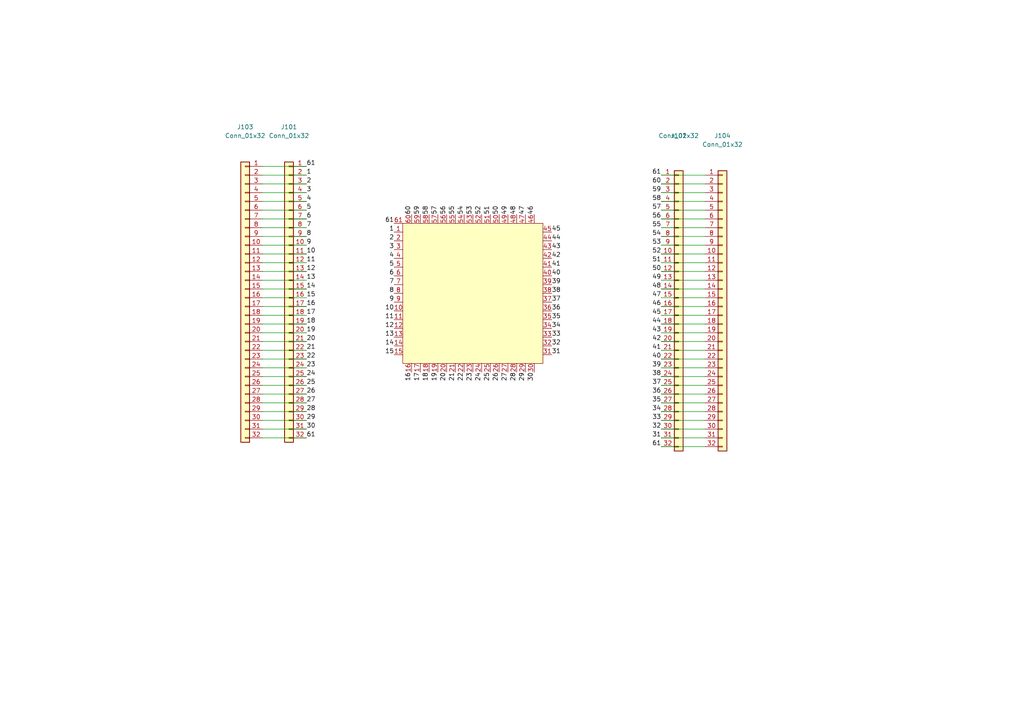
<source format=kicad_sch>
(kicad_sch (version 20250114) (generator "eeschema") (generator_version "9.0")
  (paper "A4")
  (lib_symbols
    (symbol "Connector_Generic:Conn_01x32" (pin_names (offset 1.016) (hide yes))
      (property "Reference" "J" (at 0 40.64 0))
      (property "Value" "Conn_01x32" (at 0 -43.18 0))
      (symbol "Conn_01x32_1_1"
        (rectangle (start -1.27 39.37) (end 1.27 -41.91) (stroke (width 0.254)) (fill (type background)))
        (rectangle (start -1.27 38.227) (end 0 37.973) (stroke (width 0.1524)))
        (rectangle (start -1.27 35.687) (end 0 35.433) (stroke (width 0.1524)))
        (rectangle (start -1.27 33.147) (end 0 32.893) (stroke (width 0.1524)))
        (rectangle (start -1.27 30.607) (end 0 30.353) (stroke (width 0.1524)))
        (rectangle (start -1.27 28.067) (end 0 27.813) (stroke (width 0.1524)))
        (rectangle (start -1.27 25.527) (end 0 25.273) (stroke (width 0.1524)))
        (rectangle (start -1.27 22.987) (end 0 22.733) (stroke (width 0.1524)))
        (rectangle (start -1.27 20.447) (end 0 20.193) (stroke (width 0.1524)))
        (rectangle (start -1.27 17.907) (end 0 17.653) (stroke (width 0.1524)))
        (rectangle (start -1.27 15.367) (end 0 15.113) (stroke (width 0.1524)))
        (rectangle (start -1.27 12.827) (end 0 12.573) (stroke (width 0.1524)))
        (rectangle (start -1.27 10.287) (end 0 10.033) (stroke (width 0.1524)))
        (rectangle (start -1.27 7.747) (end 0 7.493) (stroke (width 0.1524)))
        (rectangle (start -1.27 5.207) (end 0 4.953) (stroke (width 0.1524)))
        (rectangle (start -1.27 2.667) (end 0 2.413) (stroke (width 0.1524)))
        (rectangle (start -1.27 0.127) (end 0 -0.127) (stroke (width 0.1524)))
        (rectangle (start -1.27 -2.413) (end 0 -2.667) (stroke (width 0.1524)))
        (rectangle (start -1.27 -4.953) (end 0 -5.207) (stroke (width 0.1524)))
        (rectangle (start -1.27 -7.493) (end 0 -7.747) (stroke (width 0.1524)))
        (rectangle (start -1.27 -10.033) (end 0 -10.287) (stroke (width 0.1524)))
        (rectangle (start -1.27 -12.573) (end 0 -12.827) (stroke (width 0.1524)))
        (rectangle (start -1.27 -15.113) (end 0 -15.367) (stroke (width 0.1524)))
        (rectangle (start -1.27 -17.653) (end 0 -17.907) (stroke (width 0.1524)))
        (rectangle (start -1.27 -20.193) (end 0 -20.447) (stroke (width 0.1524)))
        (rectangle (start -1.27 -22.733) (end 0 -22.987) (stroke (width 0.1524)))
        (rectangle (start -1.27 -25.273) (end 0 -25.527) (stroke (width 0.1524)))
        (rectangle (start -1.27 -27.813) (end 0 -28.067) (stroke (width 0.1524)))
        (rectangle (start -1.27 -30.353) (end 0 -30.607) (stroke (width 0.1524)))
        (rectangle (start -1.27 -32.893) (end 0 -33.147) (stroke (width 0.1524)))
        (rectangle (start -1.27 -35.433) (end 0 -35.687) (stroke (width 0.1524)))
        (rectangle (start -1.27 -37.973) (end 0 -38.227) (stroke (width 0.1524)))
        (rectangle (start -1.27 -40.513) (end 0 -40.767) (stroke (width 0.1524)))
        (pin passive line (at -5.08 38.1 0) (length 3.81) (name "Pin_1") (number "1"))
        (pin passive line (at -5.08 35.56 0) (length 3.81) (name "Pin_2") (number "2"))
        (pin passive line (at -5.08 33.02 0) (length 3.81) (name "Pin_3") (number "3"))
        (pin passive line (at -5.08 30.48 0) (length 3.81) (name "Pin_4") (number "4"))
        (pin passive line (at -5.08 27.94 0) (length 3.81) (name "Pin_5") (number "5"))
        (pin passive line (at -5.08 25.4 0) (length 3.81) (name "Pin_6") (number "6"))
        (pin passive line (at -5.08 22.86 0) (length 3.81) (name "Pin_7") (number "7"))
        (pin passive line (at -5.08 20.32 0) (length 3.81) (name "Pin_8") (number "8"))
        (pin passive line (at -5.08 17.78 0) (length 3.81) (name "Pin_9") (number "9"))
        (pin passive line (at -5.08 15.24 0) (length 3.81) (name "Pin_10") (number "10"))
        (pin passive line (at -5.08 12.7 0) (length 3.81) (name "Pin_11") (number "11"))
        (pin passive line (at -5.08 10.16 0) (length 3.81) (name "Pin_12") (number "12"))
        (pin passive line (at -5.08 7.62 0) (length 3.81) (name "Pin_13") (number "13"))
        (pin passive line (at -5.08 5.08 0) (length 3.81) (name "Pin_14") (number "14"))
        (pin passive line (at -5.08 2.54 0) (length 3.81) (name "Pin_15") (number "15"))
        (pin passive line (at -5.08 0 0) (length 3.81) (name "Pin_16") (number "16"))
        (pin passive line (at -5.08 -2.54 0) (length 3.81) (name "Pin_17") (number "17"))
        (pin passive line (at -5.08 -5.08 0) (length 3.81) (name "Pin_18") (number "18"))
        (pin passive line (at -5.08 -7.62 0) (length 3.81) (name "Pin_19") (number "19"))
        (pin passive line (at -5.08 -10.16 0) (length 3.81) (name "Pin_20") (number "20"))
        (pin passive line (at -5.08 -12.7 0) (length 3.81) (name "Pin_21") (number "21"))
        (pin passive line (at -5.08 -15.24 0) (length 3.81) (name "Pin_22") (number "22"))
        (pin passive line (at -5.08 -17.78 0) (length 3.81) (name "Pin_23") (number "23"))
        (pin passive line (at -5.08 -20.32 0) (length 3.81) (name "Pin_24") (number "24"))
        (pin passive line (at -5.08 -22.86 0) (length 3.81) (name "Pin_25") (number "25"))
        (pin passive line (at -5.08 -25.4 0) (length 3.81) (name "Pin_26") (number "26"))
        (pin passive line (at -5.08 -27.94 0) (length 3.81) (name "Pin_27") (number "27"))
        (pin passive line (at -5.08 -30.48 0) (length 3.81) (name "Pin_28") (number "28"))
        (pin passive line (at -5.08 -33.02 0) (length 3.81) (name "Pin_29") (number "29"))
        (pin passive line (at -5.08 -35.56 0) (length 3.81) (name "Pin_30") (number "30"))
        (pin passive line (at -5.08 -38.1 0) (length 3.81) (name "Pin_31") (number "31"))
        (pin passive line (at -5.08 -40.64 0) (length 3.81) (name "Pin_32") (number "32"))
      )
    )
    (symbol "Interface_Ethernet:VSC8541XMV-0x"
      (symbol "VSC8541XMV-0x_0_0"
        (pin unspecified line (at -24.13 22.86 0) (length 2.54) (name "") (number "61"))
        (pin unspecified line (at -24.13 20.32 0) (length 2.54) (name "") (number "1"))
        (pin unspecified line (at -24.13 17.78 0) (length 2.54) (name "") (number "2"))
        (pin unspecified line (at -24.13 15.24 0) (length 2.54) (name "") (number "3"))
        (pin unspecified line (at -24.13 12.7 0) (length 2.54) (name "") (number "4"))
        (pin unspecified line (at -24.13 10.16 0) (length 2.54) (name "") (number "5"))
        (pin unspecified line (at -24.13 7.62 0) (length 2.54) (name "") (number "6"))
        (pin unspecified line (at -24.13 5.08 0) (length 2.54) (name "") (number "7"))
        (pin unspecified line (at -24.13 2.54 0) (length 2.54) (name "") (number "8"))
        (pin unspecified line (at -24.13 0 0) (length 2.54) (name "") (number "9"))
        (pin unspecified line (at -24.13 -2.54 0) (length 2.54) (name "") (number "10"))
        (pin unspecified line (at -24.13 -5.08 0) (length 2.54) (name "") (number "11"))
        (pin unspecified line (at -24.13 -7.62 0) (length 2.54) (name "") (number "12"))
        (pin unspecified line (at -24.13 -10.16 0) (length 2.54) (name "") (number "13"))
        (pin unspecified line (at -24.13 -12.7 0) (length 2.54) (name "") (number "14"))
        (pin unspecified line (at -24.13 -15.24 0) (length 2.54) (name "") (number "15"))
        (pin unspecified line (at -19.05 25.4 270) (length 2.54) (name "") (number "60"))
        (pin unspecified line (at -19.05 -20.32 90) (length 2.54) (name "") (number "16"))
        (pin unspecified line (at -16.51 25.4 270) (length 2.54) (name "") (number "59"))
        (pin unspecified line (at -16.51 -20.32 90) (length 2.54) (name "") (number "17"))
        (pin unspecified line (at -13.97 25.4 270) (length 2.54) (name "") (number "58"))
        (pin unspecified line (at -13.97 -20.32 90) (length 2.54) (name "") (number "18"))
        (pin unspecified line (at -11.43 25.4 270) (length 2.54) (name "") (number "57"))
        (pin unspecified line (at -11.43 -20.32 90) (length 2.54) (name "") (number "19"))
        (pin unspecified line (at -8.89 25.4 270) (length 2.54) (name "") (number "56"))
        (pin unspecified line (at -8.89 -20.32 90) (length 2.54) (name "") (number "20"))
        (pin unspecified line (at -6.35 25.4 270) (length 2.54) (name "") (number "55"))
        (pin unspecified line (at -6.35 -20.32 90) (length 2.54) (name "") (number "21"))
        (pin unspecified line (at -3.81 25.4 270) (length 2.54) (name "") (number "54"))
        (pin unspecified line (at -3.81 -20.32 90) (length 2.54) (name "") (number "22"))
        (pin unspecified line (at -1.27 25.4 270) (length 2.54) (name "") (number "53"))
        (pin unspecified line (at -1.27 -20.32 90) (length 2.54) (name "") (number "23"))
        (pin unspecified line (at 1.27 25.4 270) (length 2.54) (name "") (number "52"))
        (pin unspecified line (at 1.27 -20.32 90) (length 2.54) (name "") (number "24"))
        (pin unspecified line (at 3.81 25.4 270) (length 2.54) (name "") (number "51"))
        (pin unspecified line (at 3.81 -20.32 90) (length 2.54) (name "") (number "25"))
        (pin unspecified line (at 6.35 25.4 270) (length 2.54) (name "") (number "50"))
        (pin unspecified line (at 6.35 -20.32 90) (length 2.54) (name "") (number "26"))
        (pin unspecified line (at 8.89 25.4 270) (length 2.54) (name "") (number "49"))
        (pin unspecified line (at 8.89 -20.32 90) (length 2.54) (name "") (number "27"))
        (pin unspecified line (at 11.43 25.4 270) (length 2.54) (name "") (number "48"))
        (pin unspecified line (at 11.43 -20.32 90) (length 2.54) (name "") (number "28"))
        (pin unspecified line (at 13.97 25.4 270) (length 2.54) (name "") (number "47"))
        (pin unspecified line (at 13.97 -20.32 90) (length 2.54) (name "") (number "29"))
        (pin unspecified line (at 16.51 25.4 270) (length 2.54) (name "") (number "46"))
        (pin unspecified line (at 16.51 -20.32 90) (length 2.54) (name "") (number "30"))
        (pin unspecified line (at 21.59 20.32 180) (length 2.54) (name "") (number "45"))
        (pin unspecified line (at 21.59 17.78 180) (length 2.54) (name "") (number "44"))
        (pin unspecified line (at 21.59 15.24 180) (length 2.54) (name "") (number "43"))
        (pin unspecified line (at 21.59 12.7 180) (length 2.54) (name "") (number "42"))
        (pin unspecified line (at 21.59 10.16 180) (length 2.54) (name "") (number "41"))
        (pin unspecified line (at 21.59 7.62 180) (length 2.54) (name "") (number "40"))
        (pin unspecified line (at 21.59 5.08 180) (length 2.54) (name "") (number "39"))
        (pin unspecified line (at 21.59 2.54 180) (length 2.54) (name "") (number "38"))
        (pin unspecified line (at 21.59 0 180) (length 2.54) (name "") (number "37"))
        (pin unspecified line (at 21.59 -2.54 180) (length 2.54) (name "") (number "36"))
        (pin unspecified line (at 21.59 -5.08 180) (length 2.54) (name "") (number "35"))
        (pin unspecified line (at 21.59 -7.62 180) (length 2.54) (name "") (number "34"))
        (pin unspecified line (at 21.59 -10.16 180) (length 2.54) (name "") (number "33"))
        (pin unspecified line (at 21.59 -12.7 180) (length 2.54) (name "") (number "32"))
        (pin unspecified line (at 21.59 -15.24 180) (length 2.54) (name "") (number "31"))
      )
      (symbol "VSC8541XMV-0x_1_1"
        (rectangle (start -21.59 22.86) (end 19.05 -17.78) (fill (type background)))
      )
    )
  )
  (wire (pts (xy 204.47 124.46) (xy 191.77 124.46)))
  (wire (pts (xy 204.47 66.04) (xy 191.77 66.04)))
  (wire (pts (xy 76.2 121.92) (xy 88.9 121.92)))
  (wire (pts (xy 76.2 116.84) (xy 88.9 116.84)))
  (wire (pts (xy 76.2 60.96) (xy 88.9 60.96)))
  (wire (pts (xy 204.47 101.6) (xy 191.77 101.6)))
  (wire (pts (xy 204.47 111.76) (xy 191.77 111.76)))
  (wire (pts (xy 76.2 88.9) (xy 88.9 88.9)))
  (wire (pts (xy 76.2 111.76) (xy 88.9 111.76)))
  (wire (pts (xy 76.2 119.38) (xy 88.9 119.38)))
  (wire (pts (xy 76.2 127) (xy 88.9 127)))
  (wire (pts (xy 204.47 121.92) (xy 191.77 121.92)))
  (wire (pts (xy 76.2 71.12) (xy 88.9 71.12)))
  (wire (pts (xy 76.2 50.8) (xy 88.9 50.8)))
  (wire (pts (xy 76.2 48.26) (xy 88.9 48.26)))
  (wire (pts (xy 204.47 81.28) (xy 191.77 81.28)))
  (wire (pts (xy 76.2 91.44) (xy 88.9 91.44)))
  (wire (pts (xy 76.2 63.5) (xy 88.9 63.5)))
  (wire (pts (xy 76.2 104.14) (xy 88.9 104.14)))
  (wire (pts (xy 76.2 66.04) (xy 88.9 66.04)))
  (wire (pts (xy 204.47 58.42) (xy 191.77 58.42)))
  (wire (pts (xy 76.2 101.6) (xy 88.9 101.6)))
  (wire (pts (xy 204.47 88.9) (xy 191.77 88.9)))
  (wire (pts (xy 204.47 78.74) (xy 191.77 78.74)))
  (wire (pts (xy 204.47 76.2) (xy 191.77 76.2)))
  (wire (pts (xy 204.47 60.96) (xy 191.77 60.96)))
  (wire (pts (xy 76.2 83.82) (xy 88.9 83.82)))
  (wire (pts (xy 204.47 104.14) (xy 191.77 104.14)))
  (wire (pts (xy 204.47 93.98) (xy 191.77 93.98)))
  (wire (pts (xy 204.47 73.66) (xy 191.77 73.66)))
  (wire (pts (xy 76.2 124.46) (xy 88.9 124.46)))
  (wire (pts (xy 76.2 114.3) (xy 88.9 114.3)))
  (wire (pts (xy 204.47 119.38) (xy 191.77 119.38)))
  (wire (pts (xy 204.47 96.52) (xy 191.77 96.52)))
  (wire (pts (xy 204.47 114.3) (xy 191.77 114.3)))
  (wire (pts (xy 76.2 81.28) (xy 88.9 81.28)))
  (wire (pts (xy 76.2 96.52) (xy 88.9 96.52)))
  (wire (pts (xy 204.47 63.5) (xy 191.77 63.5)))
  (wire (pts (xy 76.2 106.68) (xy 88.9 106.68)))
  (wire (pts (xy 204.47 116.84) (xy 191.77 116.84)))
  (wire (pts (xy 204.47 53.34) (xy 191.77 53.34)))
  (wire (pts (xy 76.2 109.22) (xy 88.9 109.22)))
  (wire (pts (xy 204.47 127) (xy 191.77 127)))
  (wire (pts (xy 76.2 68.58) (xy 88.9 68.58)))
  (wire (pts (xy 204.47 106.68) (xy 191.77 106.68)))
  (wire (pts (xy 204.47 91.44) (xy 191.77 91.44)))
  (wire (pts (xy 204.47 55.88) (xy 191.77 55.88)))
  (wire (pts (xy 76.2 99.06) (xy 88.9 99.06)))
  (wire (pts (xy 204.47 71.12) (xy 191.77 71.12)))
  (wire (pts (xy 76.2 78.74) (xy 88.9 78.74)))
  (wire (pts (xy 76.2 53.34) (xy 88.9 53.34)))
  (wire (pts (xy 76.2 55.88) (xy 88.9 55.88)))
  (wire (pts (xy 204.47 129.54) (xy 191.77 129.54)))
  (wire (pts (xy 204.47 99.06) (xy 191.77 99.06)))
  (wire (pts (xy 204.47 83.82) (xy 191.77 83.82)))
  (wire (pts (xy 76.2 58.42) (xy 88.9 58.42)))
  (wire (pts (xy 76.2 86.36) (xy 88.9 86.36)))
  (wire (pts (xy 204.47 86.36) (xy 191.77 86.36)))
  (wire (pts (xy 76.2 76.2) (xy 88.9 76.2)))
  (wire (pts (xy 204.47 68.58) (xy 191.77 68.58)))
  (wire (pts (xy 204.47 50.8) (xy 191.77 50.8)))
  (wire (pts (xy 76.2 93.98) (xy 88.9 93.98)))
  (wire (pts (xy 76.2 73.66) (xy 88.9 73.66)))
  (wire (pts (xy 204.47 109.22) (xy 191.77 109.22)))
  (label "31" (at 191.77 127 180))
  (label "19" (at 88.9 96.52 0))
  (label "29" (at 88.9 121.92 0))
  (label "61" (at 191.77 129.54 180))
  (label "20" (at 88.9 99.06 0))
  (label "54" (at 191.77 68.58 180))
  (label "57" (at 191.77 60.96 180))
  (label "51" (at 191.77 76.2 180))
  (label "26" (at 88.9 114.3 0))
  (label "43" (at 191.77 96.52 180))
  (label "40" (at 191.77 104.14 180))
  (label "12" (at 88.9 78.74 0))
  (label "53" (at 191.77 71.12 180))
  (label "23" (at 88.9 106.68 0))
  (label "11" (at 88.9 76.2 0))
  (label "50" (at 191.77 78.74 180))
  (label "61" (at 88.9 48.26 0))
  (label "10" (at 88.9 73.66 0))
  (label "58" (at 191.77 58.42 180))
  (label "36" (at 191.77 114.3 180))
  (label "61" (at 88.9 127 0))
  (label "16" (at 88.9 88.9 0))
  (label "14" (at 88.9 83.82 0))
  (label "56" (at 191.77 63.5 180))
  (label "45" (at 191.77 91.44 180))
  (label "3" (at 88.9 55.88 0))
  (label "39" (at 191.77 106.68 180))
  (label "61" (at 191.77 50.8 180))
  (label "8" (at 88.9 68.58 0))
  (label "18" (at 88.9 93.98 0))
  (label "4" (at 88.9 58.42 0))
  (label "47" (at 191.77 86.36 180))
  (label "17" (at 88.9 91.44 0))
  (label "37" (at 191.77 111.76 180))
  (label "21" (at 88.9 101.6 0))
  (label "46" (at 191.77 88.9 180))
  (label "35" (at 191.77 116.84 180))
  (label "7" (at 88.9 66.04 0))
  (label "44" (at 191.77 93.98 180))
  (label "13" (at 88.9 81.28 0))
  (label "55" (at 191.77 66.04 180))
  (label "27" (at 88.9 116.84 0))
  (label "24" (at 88.9 109.22 0))
  (label "15" (at 88.9 86.36 0))
  (label "2" (at 88.9 53.34 0))
  (label "38" (at 191.77 109.22 180))
  (label "52" (at 191.77 73.66 180))
  (label "48" (at 191.77 83.82 180))
  (label "1" (at 88.9 50.8 0))
  (label "22" (at 88.9 104.14 0))
  (label "32" (at 191.77 124.46 180))
  (label "59" (at 191.77 55.88 180))
  (label "3" (at 114.3 72.39 180))
  (label "1" (at 114.3 67.31 180))
  (label "2" (at 114.3 69.85 180))
  (label "4" (at 114.3 74.93 180))
  (label "5" (at 114.3 77.47 180))
  (label "6" (at 114.3 80.01 180))
  (label "7" (at 114.3 82.55 180))
  (label "8" (at 114.3 85.09 180))
  (label "10" (at 114.3 90.17 180))
  (label "11" (at 114.3 92.71 180))
  (label "12" (at 114.3 95.25 180))
  (label "9" (at 114.3 87.63 180))
  (label "13" (at 114.3 97.79 180))
  (label "14" (at 114.3 100.33 180))
  (label "15" (at 114.3 102.87 180))
  (label "16" (at 119.38 107.95 270))
  (label "17" (at 121.92 107.95 270))
  (label "59" (at 121.92 62.23 90))
  (label "60" (at 119.38 62.23 90))
  (label "61" (at 114.3 64.77 180))
  (label "55" (at 132.08 62.23 90))
  (label "56" (at 129.54 62.23 90))
  (label "57" (at 127 62.23 90))
  (label "58" (at 124.46 62.23 90))
  (label "52" (at 139.7 62.23 90))
  (label "54" (at 134.62 62.23 90))
  (label "53" (at 137.16 62.23 90))
  (label "36" (at 160.02 90.17 0))
  (label "37" (at 160.02 87.63 0))
  (label "38" (at 160.02 85.09 0))
  (label "35" (at 160.02 92.71 0))
  (label "40" (at 160.02 80.01 0))
  (label "39" (at 160.02 82.55 0))
  (label "49" (at 147.32 62.23 90))
  (label "50" (at 144.78 62.23 90))
  (label "51" (at 142.24 62.23 90))
  (label "48" (at 149.86 62.23 90))
  (label "47" (at 152.4 62.23 90))
  (label "44" (at 160.02 69.85 0))
  (label "43" (at 160.02 72.39 0))
  (label "45" (at 160.02 67.31 0))
  (label "46" (at 154.94 62.23 90))
  (label "42" (at 160.02 74.93 0))
  (label "41" (at 160.02 77.47 0))
  (label "18" (at 124.46 107.95 270))
  (label "34" (at 160.02 95.25 0))
  (label "21" (at 132.08 107.95 270))
  (label "20" (at 129.54 107.95 270))
  (label "19" (at 127 107.95 270))
  (label "22" (at 134.62 107.95 270))
  (label "23" (at 137.16 107.95 270))
  (label "24" (at 139.7 107.95 270))
  (label "25" (at 142.24 107.95 270))
  (label "26" (at 144.78 107.95 270))
  (label "27" (at 147.32 107.95 270))
  (label "28" (at 149.86 107.95 270))
  (label "29" (at 152.4 107.95 270))
  (label "30" (at 154.94 107.95 270))
  (label "31" (at 160.02 102.87 0))
  (label "32" (at 160.02 100.33 0))
  (label "33" (at 160.02 97.79 0))
  (label "34" (at 191.77 119.38 180))
  (label "41" (at 191.77 101.6 180))
  (label "5" (at 88.9 60.96 0))
  (label "30" (at 88.9 124.46 0))
  (label "33" (at 191.77 121.92 180))
  (label "42" (at 191.77 99.06 180))
  (label "49" (at 191.77 81.28 180))
  (label "9" (at 88.9 71.12 0))
  (label "6" (at 88.9 63.5 0))
  (label "60" (at 191.77 53.34 180))
  (label "28" (at 88.9 119.38 0))
  (label "25" (at 88.9 111.76 0))
  (symbol (lib_id "Interface_Ethernet:VSC8541XMV-0x") (at 138.43 87.63 0) (unit 1)
    (property "Reference" "U101" (effects (hide yes)))
    (property "Value" "QFN-60" (effects (hide yes)))
    (property "Footprint" "Package_DFN_QFN:QFN-60-1EP_7x7mm_P0.4mm_EP3.4x3.4mm_ThermalVias" (effects (hide yes)))
  )
  (symbol (lib_id "Connector_Generic:Conn_01x32") (at 209.55 88.9 0) (unit 1)
    (property "Reference" "J104" (at 209.55 39.37 0))
    (property "Value" "Conn_01x32" (at 209.55 41.91 0))
    (property "Footprint" "Connector_PinHeader_2.54mm:PinHeader_1x32_P2.54mm_Vertical_SMD_Pin1Right" (effects (hide yes)))
    (property "Description" "Generic connector, single row, 01x32, script generated (kicad-library-utils/schlib/autogen/connector/)" (effects (hide yes)))
  )
  (symbol (lib_id "Connector_Generic:Conn_01x32") (at 83.82 86.36 0) (mirror y) (unit 1)
    (property "Reference" "J101" (at 83.82 36.83 0))
    (property "Value" "Conn_01x32" (at 83.82 39.37 0))
    (property "Footprint" "Connector_PinHeader_2.54mm:PinHeader_1x32_P2.54mm_Vertical" (effects (hide yes)))
    (property "Description" "Generic connector, single row, 01x32, script generated (kicad-library-utils/schlib/autogen/connector/)" (effects (hide yes)))
  )
  (symbol (lib_id "Connector_Generic:Conn_01x32") (at 196.85 88.9 0) (unit 1)
    (property "Reference" "J102" (at 196.85 39.37 0))
    (property "Value" "Conn_01x32" (at 196.85 39.37 0))
    (property "Footprint" "Connector_PinHeader_2.54mm:PinHeader_1x32_P2.54mm_Vertical" (effects (hide yes)))
    (property "Description" "Generic connector, single row, 01x32, script generated (kicad-library-utils/schlib/autogen/connector/)" (effects (hide yes)))
  )
  (symbol (lib_id "Connector_Generic:Conn_01x32") (at 71.12 86.36 0) (mirror y) (unit 1)
    (property "Reference" "J103" (at 71.12 36.83 0))
    (property "Value" "Conn_01x32" (at 71.12 39.37 0))
    (property "Footprint" "Connector_PinHeader_2.54mm:PinHeader_1x32_P2.54mm_Vertical_SMD_Pin1Left" (effects (hide yes)))
    (property "Description" "Generic connector, single row, 01x32, script generated (kicad-library-utils/schlib/autogen/connector/)" (effects (hide yes)))
  )
)
</source>
